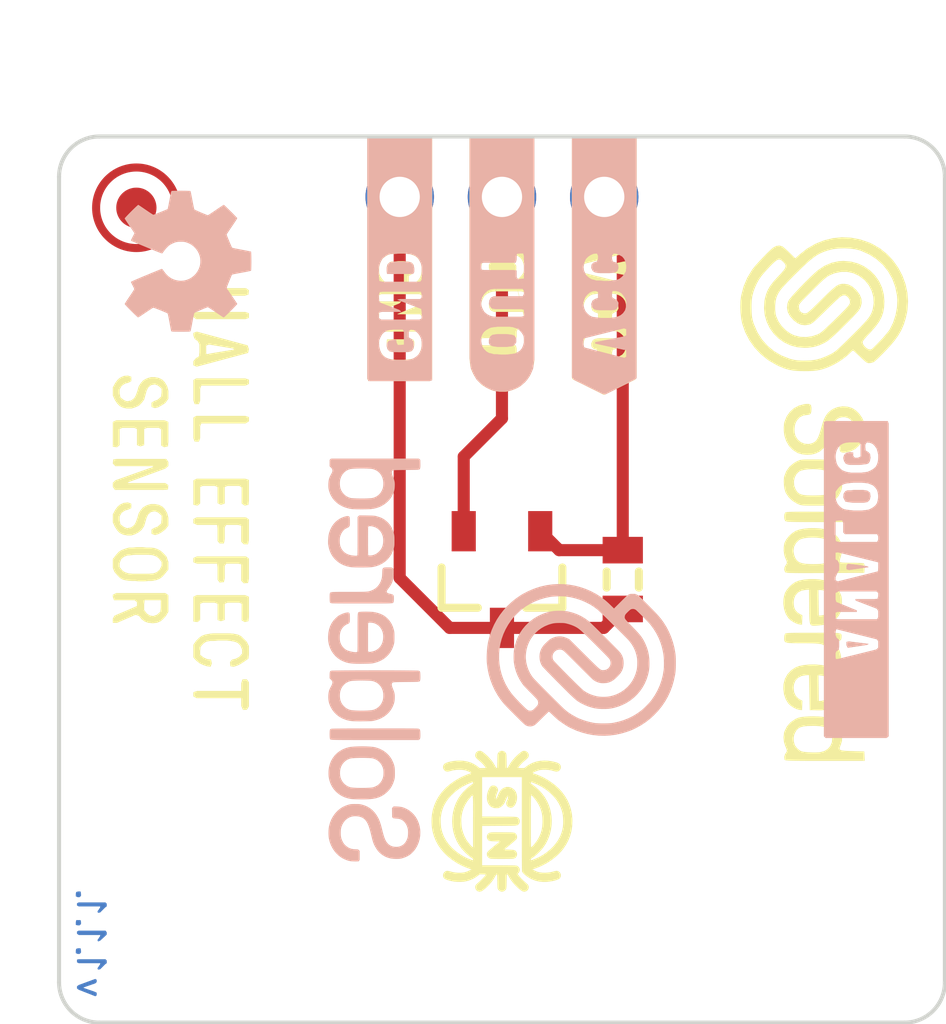
<source format=kicad_pcb>
(kicad_pcb (version 20210623) (generator pcbnew)
  (title_block (title "Hall effect sensor analog") (date "2021-09-01") (rev "V1.1.1.") (company "SOLDERED") (comment 1 "333017"))
  (layers (0 "F.Cu" mixed) (31 "B.Cu" signal) (34 "B.Paste" user) (35 "F.Paste" user) (36 "B.SilkS" user "B.Silkscreen") (37 "F.SilkS" user "F.Silkscreen") (38 "B.Mask" user) (39 "F.Mask" user) (44 "Edge.Cuts" user))
  (net 0 "")
  (net 1 "GND")
  (net 2 "VCC")
  (net 3 "OUT")
  (footprint "buzzardLabel" (layer "F.Cu") (at 88.46 107.6 -90)
    (fp_text reference "" (at 0 0 90) (layer "F.SilkS") (effects (font (size 1.27 1.27))))
    (fp_text value "" (at 0 0 90) (layer "F.SilkS") (effects (font (size 1.27 1.27))))
  )
  (footprint "Soldered Graphics:Logo-Front-SolderedFULL-13mm" (layer "F.Cu") (at 99 117 -90)
    (fp_text reference "REF**" hide)
    (fp_text value "Logo-Front-SolderedFULL-13mm" hide)
  )
  (footprint "e-radionica.com footprinti:FIDUCIAL_23" (layer "F.Cu") (at 81.92 109.77)
    (fp_text reference "FD1")
    (fp_text value "FIDUCIAL")
    (fp_circle (center 0 0) (end 1 0) (layer "F.Cu") (width 0.2) (fill none))
    (pad "1" smd circle (at 0 0) (size 1 1) (layers "F.Cu" "F.Paste" "F.Mask") (clearance 1.1))
  )
  (footprint "e-radionica.com footprinti:SOT-23-3" (layer "F.Cu") (at 91 119 -90)
    (fp_text reference "U1")
    (fp_text value "SI7211-B-00-IV")
    (pad "1" smd rect locked (at -1.2 -0.95) (size 0.6 1) (layers "F.Cu" "F.Paste" "F.Mask") (net 2 "VCC"))
    (pad "2" smd rect locked (at -1.2 0.95) (size 0.6 1) (layers "F.Cu" "F.Paste" "F.Mask") (net 3 "OUT"))
    (pad "3" smd rect locked (at 1.2 0) (size 0.6 1) (layers "F.Cu" "F.Paste" "F.Mask") (net 1 "GND"))
  )
  (footprint "Soldered Graphics:Logo-Back-OSH-3.5mm" (layer "F.Cu") (at 83.2 111.1 -90)
    (fp_text reference "G***" hide)
    (fp_text value "LOGO" hide)
  )
  (footprint "e-radionica.com footprinti:HOLE_3.2mm" (layer "F.Cu") (at 99 127)
    (fp_text reference "H2" hide)
    (fp_text value "HOLE_3.2mm" hide)
    (pad "" np_thru_hole circle locked (at 0 0) (size 3.2 3.2) (drill 3.2) (layers F&B.Cu *.Mask))
  )
  (footprint "buzzardLabel" (layer "F.Cu") (at 91 107.6 -90)
    (fp_text reference "" (at 0 0 90) (layer "F.SilkS") (effects (font (size 1.27 1.27))))
    (fp_text value "" (at 0 0 90) (layer "F.SilkS") (effects (font (size 1.27 1.27))))
  )
  (footprint "buzzardLabel" (layer "F.Cu") (at 82 117 -90)
    (fp_text reference "" (at 0 0 90) (layer "F.SilkS") (effects (font (size 1.27 1.27))))
    (fp_text value "" (at 0 0 90) (layer "F.SilkS") (effects (font (size 1.27 1.27))))
  )
  (footprint "e-radionica.com footprinti:0603C" (layer "F.Cu") (at 94 119 -90)
    (fp_text reference "C1")
    (fp_text value "0.1uF")
    (pad "1" smd rect locked (at -0.73 0 270) (size 0.66 1) (layers "F.Cu" "F.Paste" "F.Mask") (net 2 "VCC"))
    (pad "2" smd rect locked (at 0.73 0 270) (size 0.66 1) (layers "F.Cu" "F.Paste" "F.Mask") (net 1 "GND"))
  )
  (footprint "buzzardLabel" (layer "F.Cu") (at 93.54 107.6 -90)
    (fp_text reference "" (at 0 0 90) (layer "F.SilkS") (effects (font (size 1.27 1.27))))
    (fp_text value "" (at 0 0 90) (layer "F.SilkS") (effects (font (size 1.27 1.27))))
  )
  (footprint "buzzardLabel" (layer "F.Cu") (at 84 117 -90)
    (fp_text reference "" (at 0 0 90) (layer "F.SilkS") (effects (font (size 1.27 1.27))))
    (fp_text value "" (at 0 0 90) (layer "F.SilkS") (effects (font (size 1.27 1.27))))
  )
  (footprint "e-radionica.com footprinti:HOLE_3.2mm" (layer "F.Cu") (at 83 127)
    (fp_text reference "H1" hide)
    (fp_text value "HOLE_3.2mm" hide)
    (pad "" np_thru_hole circle locked (at 0 0) (size 3.2 3.2) (drill 3.2) (layers F&B.Cu *.Mask))
  )
  (footprint "Soldered Graphics:Logo-Back-SolderedVERTICAL-10mm" (layer "F.Cu") (at 91 121 -90)
    (fp_text reference "G***" hide)
    (fp_text value "LOGO" hide)
  )
  (footprint "Soldered Graphics:Symbol-Front-Magnetic-Field" (layer "F.Cu") (at 91 125 -90)
    (fp_text reference "G***" hide)
    (fp_text value "LOGO" hide)
  )
  (footprint "buzzardLabel" (layer "B.Cu") (at 99.8 119 90)
    (fp_text reference "" (at 0 0 90) (layer "B.SilkS") (effects (font (size 1.27 1.27)) (justify mirror)))
    (fp_text value "" (at 0 0 90) (layer "B.SilkS") (effects (font (size 1.27 1.27)) (justify mirror)))
  )
  (footprint "Soldered Graphics:Version1.1.1." (layer "B.Cu") (at 80.8 128 90)
    (fp_text reference "REF**" hide)
    (fp_text value "Version1.1.1." hide)
    (fp_poly (pts (xy -0.27 -0.38) (xy -0.22 -0.38) (xy -0.17 -0.37) (xy -0.16 -0.33) (xy -0.16 -0.27) (xy -0.21 -0.26) (xy -0.26 -0.26) (xy -0.29 -0.29) (xy -0.29 -0.34) (xy -0.27 -0.38)) (layer "B.Cu") (width 0.01) (fill solid))
    (fp_poly (pts (xy 0.43 -0.38) (xy 0.48 -0.38) (xy 0.54 -0.37) (xy 0.54 -0.33) (xy 0.54 -0.27) (xy 0.5 -0.26) (xy 0.45 -0.26) (xy 0.42 -0.29) (xy 0.42 -0.34) (xy 0.43 -0.38)) (layer "B.Cu") (width 0.01) (fill solid))
    (fp_poly (pts (xy 0.91 -0.35) (xy 0.96 -0.35) (xy 0.98 -0.31) (xy 0.98 0.35) (xy 0.95 0.38) (xy 0.89 0.38) (xy 0.86 0.34) (xy 0.74 0.22) (xy 0.73 0.17) (xy 0.76 0.16) (xy 0.85 0.22) (xy 0.89 0.23) (xy 0.89 -0.31) (xy 0.91 -0.35)) (layer "B.Cu") (width 0.01) (fill solid))
    (fp_poly (pts (xy -1.15 -0.35) (xy -1.1 -0.35) (xy -1.07 -0.31) (xy -0.92 0.1) (xy -0.94 0.13) (xy -0.99 0.13) (xy -1.02 0.1) (xy -1.11 -0.16) (xy -1.13 -0.21) (xy -1.15 -0.17) (xy -1.24 0.09) (xy -1.26 0.13) (xy -1.32 0.13) (xy -1.34 0.1) (xy -1.18 -0.31) (xy -1.15 -0.35)) (layer "B.Cu") (width 0.01) (fill solid))
    (fp_poly (pts (xy -0.5 -0.35) (xy -0.44 -0.35) (xy -0.43 -0.31) (xy -0.43 0.35) (xy -0.46 0.38) (xy -0.52 0.38) (xy -0.55 0.34) (xy -0.67 0.22) (xy -0.68 0.17) (xy -0.65 0.16) (xy -0.56 0.22) (xy -0.52 0.23) (xy -0.52 -0.31) (xy -0.5 -0.35)) (layer "B.Cu") (width 0.01) (fill solid))
    (fp_poly (pts (xy 1.14 -0.38) (xy 1.19 -0.38) (xy 1.24 -0.37) (xy 1.25 -0.33) (xy 1.25 -0.27) (xy 1.2 -0.26) (xy 1.15 -0.26) (xy 1.12 -0.29) (xy 1.12 -0.34) (xy 1.14 -0.38)) (layer "B.Cu") (width 0.01) (fill solid))
    (fp_poly (pts (xy 0.21 -0.35) (xy 0.26 -0.35) (xy 0.28 -0.31) (xy 0.28 0.35) (xy 0.24 0.38) (xy 0.19 0.38) (xy 0.15 0.34) (xy 0.04 0.22) (xy 0.02 0.17) (xy 0.05 0.16) (xy 0.14 0.22) (xy 0.18 0.23) (xy 0.18 -0.31) (xy 0.21 -0.35)) (layer "B.Cu") (width 0.01) (fill solid))
  )
  (footprint "buzzardLabel" (layer "B.Cu") (at 91 107.6 90)
    (fp_text reference "" (at 0 0 90) (layer "B.SilkS") (effects (font (size 1.27 1.27)) (justify mirror)))
    (fp_text value "" (at 0 0 90) (layer "B.SilkS") (effects (font (size 1.27 1.27)) (justify mirror)))
  )
  (footprint "e-radionica.com footprinti:HEADER_MALE_3X1" (layer "B.Cu") (at 91 109.5)
    (fp_text reference "K1")
    (fp_text value "HEADER_MALE_3X1")
    (pad "1" thru_hole circle locked (at -2.54 0) (size 1.7 1.7) (drill 1) (layers *.Cu *.Mask) (net 1 "GND"))
    (pad "2" thru_hole circle locked (at 0 0) (size 1.7 1.7) (drill 1) (layers *.Cu *.Mask) (net 3 "OUT"))
    (pad "3" thru_hole circle locked (at 2.54 0) (size 1.7 1.7) (drill 1) (layers *.Cu *.Mask) (net 2 "VCC"))
  )
  (footprint "buzzardLabel" (layer "B.Cu") (at 88.46 107.6 90)
    (fp_text reference "" (at 0 0 90) (layer "B.SilkS") (effects (font (size 1.27 1.27)) (justify mirror)))
    (fp_text value "" (at 0 0 90) (layer "B.SilkS") (effects (font (size 1.27 1.27)) (justify mirror)))
  )
  (footprint "buzzardLabel" (layer "B.Cu") (at 93.54 107.6 90)
    (fp_text reference "" (at 0 0 90) (layer "B.SilkS") (effects (font (size 1.27 1.27)) (justify mirror)))
    (fp_text value "" (at 0 0 90) (layer "B.SilkS") (effects (font (size 1.27 1.27)) (justify mirror)))
  )
  (gr_arc (start 101 129) (end 101 130) (angle -90) (layer "Edge.Cuts") (width 0.1))
  (gr_arc (start 81 109) (end 81 108) (angle -90) (layer "Edge.Cuts") (width 0.1))
  (gr_line (start 81 130) (end 101 130) (layer "Edge.Cuts") (width 0.1))
  (gr_line (start 102 129) (end 102 109) (layer "Edge.Cuts") (width 0.1))
  (gr_arc (start 101 109) (end 101 108) (angle 90) (layer "Edge.Cuts") (width 0.1))
  (gr_arc (start 81 129) (end 81 130) (angle 90) (layer "Edge.Cuts") (width 0.1))
  (gr_line (start 101 108) (end 81 108) (layer "Edge.Cuts") (width 0.1))
  (gr_line (start 80 109) (end 80 129) (layer "Edge.Cuts") (width 0.1))
  (segment (start 91 120.2) (end 93.53 120.2) (width 0.3) (layer "F.Cu") (net 1))
  (segment (start 89.7 120.2) (end 88.46 118.96) (width 0.3) (layer "F.Cu") (net 1))
  (segment (start 93.53 120.2) (end 94 119.73) (width 0.3) (layer "F.Cu") (net 1))
  (segment (start 91 120.2) (end 89.7 120.2) (width 0.3) (layer "F.Cu") (net 1))
  (segment (start 88.46 118.96) (end 88.46 109.5) (width 0.3) (layer "F.Cu") (net 1))
  (segment (start 94 118.27) (end 92.42 118.27) (width 0.3) (layer "F.Cu") (net 2))
  (segment (start 94 109.96) (end 93.54 109.5) (width 0.3) (layer "F.Cu") (net 2))
  (segment (start 94 118.27) (end 94 109.96) (width 0.3) (layer "F.Cu") (net 2))
  (segment (start 92.42 118.27) (end 91.95 117.8) (width 0.3) (layer "F.Cu") (net 2))
  (segment (start 90.05 115.95) (end 91 115) (width 0.3) (layer "F.Cu") (net 3))
  (segment (start 91 115) (end 91 109.5) (width 0.3) (layer "F.Cu") (net 3))
  (segment (start 90.05 117.8) (end 90.05 115.95) (width 0.3) (layer "F.Cu") (net 3))
)
</source>
